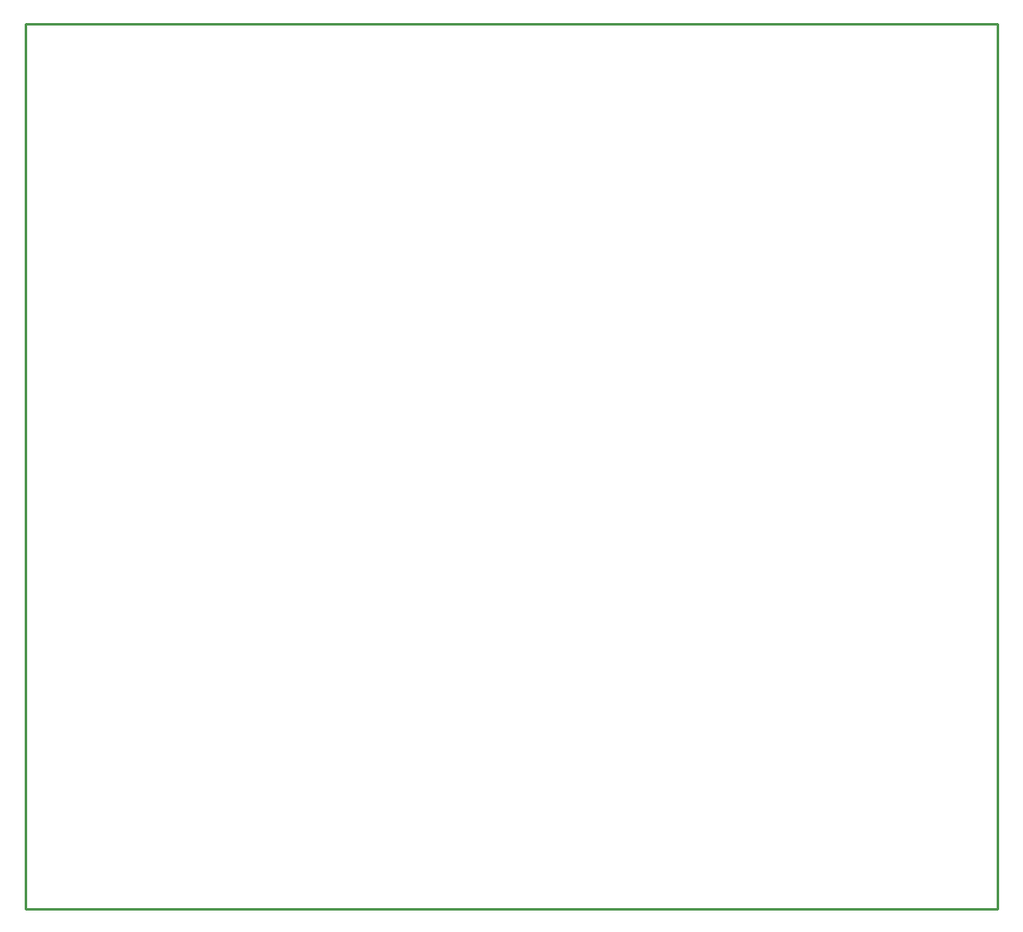
<source format=gm1>
%FSLAX25Y25*%
%MOIN*%
G70*
G01*
G75*
G04 Layer_Color=16711935*
%ADD10R,0.03347X0.02756*%
%ADD11O,0.06299X0.01181*%
%ADD12R,0.06299X0.01181*%
%ADD13O,0.01181X0.06299*%
%ADD14R,0.05000X0.06000*%
%ADD15R,0.02756X0.03347*%
%ADD16R,0.05118X0.03937*%
%ADD17R,0.10630X0.03937*%
%ADD18R,0.03543X0.02126*%
%ADD19R,0.01969X0.06299*%
%ADD20R,0.14410X0.07874*%
%ADD21R,0.14410X0.09843*%
%ADD22R,0.21654X0.05630*%
%ADD23R,0.03937X0.10630*%
%ADD24R,0.20866X0.11024*%
%ADD25R,0.03937X0.05118*%
%ADD26R,0.09843X0.15748*%
%ADD27R,0.08661X0.07087*%
%ADD28O,0.09843X0.05906*%
%ADD29R,0.10000X0.07500*%
%ADD30R,0.02126X0.03543*%
%ADD31R,0.06299X0.01969*%
%ADD32R,0.07874X0.14410*%
%ADD33R,0.09843X0.14410*%
%ADD34R,0.02559X0.05315*%
%ADD35R,0.09449X0.08268*%
%ADD36O,0.03543X0.01969*%
%ADD37O,0.03543X0.01969*%
%ADD38R,0.03543X0.01969*%
%ADD39R,0.02362X0.03937*%
%ADD40R,0.03937X0.02362*%
%ADD41C,0.01000*%
%ADD42C,0.00800*%
%ADD43C,0.03000*%
%ADD44C,0.01500*%
%ADD45C,0.04000*%
%ADD46C,0.01200*%
%ADD47C,0.02000*%
%ADD48C,0.10000*%
%ADD49C,0.08000*%
%ADD50C,0.05000*%
%ADD51R,0.10571X0.09351*%
%ADD52R,0.10871X0.13938*%
%ADD53R,0.06400X0.08900*%
%ADD54R,0.08600X0.43171*%
%ADD55R,0.10722X0.08773*%
%ADD56R,0.28371X0.07471*%
%ADD57R,0.07400X0.15300*%
%ADD58R,0.44271X0.10500*%
%ADD59R,0.12367X0.05271*%
%ADD60R,0.10200X0.04900*%
%ADD61R,0.04000X0.18600*%
%ADD62R,0.18900X0.05200*%
%ADD63R,0.07300X0.29900*%
%ADD64R,0.24300X1.56600*%
%ADD65R,0.50200X0.62200*%
%ADD66R,0.24100X0.17400*%
%ADD67R,0.25624X0.17093*%
%ADD68R,0.23600X0.17400*%
%ADD69R,0.05906X0.05906*%
%ADD70C,0.05906*%
%ADD71O,0.06000X0.10000*%
%ADD72R,0.06000X0.10000*%
%ADD73O,0.11811X0.09843*%
%ADD74R,0.11811X0.09843*%
%ADD75O,0.05906X0.09843*%
%ADD76R,0.05906X0.09843*%
%ADD77R,0.09843X0.11811*%
%ADD78O,0.09843X0.11811*%
%ADD79R,0.05906X0.05906*%
%ADD80C,0.06693*%
%ADD81C,0.05500*%
%ADD82O,0.07874X0.15748*%
%ADD83C,0.05512*%
%ADD84C,0.03000*%
%ADD85C,0.02000*%
%ADD86C,0.04000*%
%ADD87O,0.05500X0.02500*%
%ADD88R,0.05500X0.02500*%
%ADD89O,0.01181X0.02756*%
%ADD90O,0.02756X0.01181*%
%ADD91R,0.13386X0.07087*%
%ADD92R,0.09100X0.04600*%
%ADD93R,0.04000X0.22000*%
%ADD94R,0.18000X0.06400*%
%ADD95R,0.05200X0.25200*%
%ADD96R,0.18400X0.60700*%
%ADD97R,0.24600X1.31200*%
%ADD98R,0.50100X0.62100*%
%ADD99C,0.00394*%
%ADD100C,0.00500*%
%ADD101C,0.00787*%
%ADD102C,0.00591*%
%ADD103R,0.04724X0.02756*%
%ADD104R,0.01968X0.03543*%
%ADD105R,0.23900X1.20759*%
%ADD106R,0.14900X0.21400*%
%ADD107R,0.04147X0.03556*%
%ADD108O,0.07099X0.01981*%
%ADD109R,0.07099X0.01981*%
%ADD110O,0.01981X0.07099*%
%ADD111R,0.05800X0.06800*%
%ADD112R,0.03556X0.04147*%
%ADD113R,0.05918X0.04737*%
%ADD114R,0.11430X0.04737*%
%ADD115R,0.04343X0.02926*%
%ADD116R,0.02769X0.07099*%
%ADD117R,0.15210X0.08674*%
%ADD118R,0.15210X0.10642*%
%ADD119R,0.22453X0.06430*%
%ADD120R,0.04737X0.11430*%
%ADD121R,0.21666X0.11824*%
%ADD122R,0.04737X0.05918*%
%ADD123R,0.10642X0.16548*%
%ADD124R,0.09461X0.07887*%
%ADD125O,0.10642X0.06706*%
%ADD126R,0.10800X0.08300*%
%ADD127R,0.02926X0.04343*%
%ADD128R,0.07099X0.02769*%
%ADD129R,0.08674X0.15210*%
%ADD130R,0.10642X0.15210*%
%ADD131R,0.03359X0.06115*%
%ADD132R,0.10249X0.09068*%
%ADD133O,0.04343X0.02769*%
%ADD134O,0.04343X0.02769*%
%ADD135R,0.04343X0.02769*%
%ADD136R,0.03162X0.04737*%
%ADD137R,0.04737X0.03162*%
%ADD138R,0.06706X0.06706*%
%ADD139C,0.06706*%
%ADD140O,0.06800X0.10800*%
%ADD141R,0.06800X0.10800*%
%ADD142O,0.12611X0.10642*%
%ADD143R,0.12611X0.10642*%
%ADD144O,0.06706X0.10642*%
%ADD145R,0.06706X0.10642*%
%ADD146R,0.10642X0.12611*%
%ADD147O,0.10642X0.12611*%
%ADD148R,0.06706X0.06706*%
%ADD149C,0.07493*%
%ADD150C,0.06300*%
%ADD151O,0.08674X0.16548*%
%ADD152C,0.06312*%
%ADD153R,0.13323X0.25300*%
%ADD154R,0.24600X1.27600*%
%ADD155O,0.06300X0.03300*%
%ADD156R,0.06300X0.03300*%
%ADD157O,0.01981X0.03556*%
%ADD158O,0.03556X0.01981*%
%ADD159R,0.14186X0.07887*%
%ADD160C,0.00984*%
D41*
X0Y-33D02*
X393701D01*
X0Y-358301D02*
Y-33D01*
Y-358301D02*
X393701D01*
Y-33D01*
X0D02*
X393701D01*
X0Y-358301D02*
Y-33D01*
Y-358301D02*
X393701D01*
Y-33D01*
M02*

</source>
